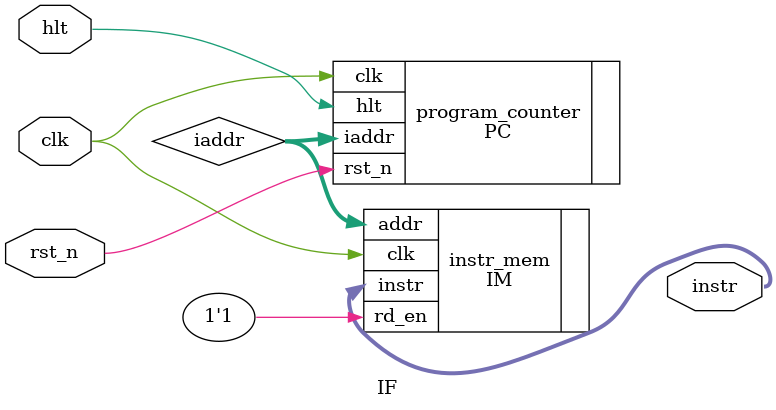
<source format=v>
module IF(instr, clk, rst_n, hlt);

output wire [15:0] instr;
input wire clk, rst_n, hlt;

wire [15:0] iaddr;

IM instr_mem(.clk(clk), .addr(iaddr), .rd_en(1'b1), .instr(instr));

PC program_counter(.clk(clk), .iaddr(iaddr), .rst_n(rst_n), .hlt(hlt));

endmodule
</source>
